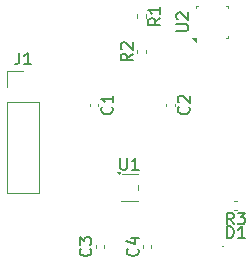
<source format=gbr>
%TF.GenerationSoftware,KiCad,Pcbnew,9.0.7*%
%TF.CreationDate,2026-01-25T21:22:40-08:00*%
%TF.ProjectId,pcb_design_lab,7063625f-6465-4736-9967-6e5f6c61622e,rev?*%
%TF.SameCoordinates,Original*%
%TF.FileFunction,Legend,Top*%
%TF.FilePolarity,Positive*%
%FSLAX46Y46*%
G04 Gerber Fmt 4.6, Leading zero omitted, Abs format (unit mm)*
G04 Created by KiCad (PCBNEW 9.0.7) date 2026-01-25 21:22:40*
%MOMM*%
%LPD*%
G01*
G04 APERTURE LIST*
%ADD10C,0.150000*%
%ADD11C,0.120000*%
%ADD12C,0.100000*%
G04 APERTURE END LIST*
D10*
X122199580Y-86166666D02*
X122247200Y-86214285D01*
X122247200Y-86214285D02*
X122294819Y-86357142D01*
X122294819Y-86357142D02*
X122294819Y-86452380D01*
X122294819Y-86452380D02*
X122247200Y-86595237D01*
X122247200Y-86595237D02*
X122151961Y-86690475D01*
X122151961Y-86690475D02*
X122056723Y-86738094D01*
X122056723Y-86738094D02*
X121866247Y-86785713D01*
X121866247Y-86785713D02*
X121723390Y-86785713D01*
X121723390Y-86785713D02*
X121532914Y-86738094D01*
X121532914Y-86738094D02*
X121437676Y-86690475D01*
X121437676Y-86690475D02*
X121342438Y-86595237D01*
X121342438Y-86595237D02*
X121294819Y-86452380D01*
X121294819Y-86452380D02*
X121294819Y-86357142D01*
X121294819Y-86357142D02*
X121342438Y-86214285D01*
X121342438Y-86214285D02*
X121390057Y-86166666D01*
X121628152Y-85309523D02*
X122294819Y-85309523D01*
X121247200Y-85547618D02*
X121961485Y-85785713D01*
X121961485Y-85785713D02*
X121961485Y-85166666D01*
X120738095Y-78504819D02*
X120738095Y-79314342D01*
X120738095Y-79314342D02*
X120785714Y-79409580D01*
X120785714Y-79409580D02*
X120833333Y-79457200D01*
X120833333Y-79457200D02*
X120928571Y-79504819D01*
X120928571Y-79504819D02*
X121119047Y-79504819D01*
X121119047Y-79504819D02*
X121214285Y-79457200D01*
X121214285Y-79457200D02*
X121261904Y-79409580D01*
X121261904Y-79409580D02*
X121309523Y-79314342D01*
X121309523Y-79314342D02*
X121309523Y-78504819D01*
X122309523Y-79504819D02*
X121738095Y-79504819D01*
X122023809Y-79504819D02*
X122023809Y-78504819D01*
X122023809Y-78504819D02*
X121928571Y-78647676D01*
X121928571Y-78647676D02*
X121833333Y-78742914D01*
X121833333Y-78742914D02*
X121738095Y-78790533D01*
X125489819Y-67746904D02*
X126299342Y-67746904D01*
X126299342Y-67746904D02*
X126394580Y-67699285D01*
X126394580Y-67699285D02*
X126442200Y-67651666D01*
X126442200Y-67651666D02*
X126489819Y-67556428D01*
X126489819Y-67556428D02*
X126489819Y-67365952D01*
X126489819Y-67365952D02*
X126442200Y-67270714D01*
X126442200Y-67270714D02*
X126394580Y-67223095D01*
X126394580Y-67223095D02*
X126299342Y-67175476D01*
X126299342Y-67175476D02*
X125489819Y-67175476D01*
X125585057Y-66746904D02*
X125537438Y-66699285D01*
X125537438Y-66699285D02*
X125489819Y-66604047D01*
X125489819Y-66604047D02*
X125489819Y-66365952D01*
X125489819Y-66365952D02*
X125537438Y-66270714D01*
X125537438Y-66270714D02*
X125585057Y-66223095D01*
X125585057Y-66223095D02*
X125680295Y-66175476D01*
X125680295Y-66175476D02*
X125775533Y-66175476D01*
X125775533Y-66175476D02*
X125918390Y-66223095D01*
X125918390Y-66223095D02*
X126489819Y-66794523D01*
X126489819Y-66794523D02*
X126489819Y-66175476D01*
X130333333Y-84124819D02*
X130000000Y-83648628D01*
X129761905Y-84124819D02*
X129761905Y-83124819D01*
X129761905Y-83124819D02*
X130142857Y-83124819D01*
X130142857Y-83124819D02*
X130238095Y-83172438D01*
X130238095Y-83172438D02*
X130285714Y-83220057D01*
X130285714Y-83220057D02*
X130333333Y-83315295D01*
X130333333Y-83315295D02*
X130333333Y-83458152D01*
X130333333Y-83458152D02*
X130285714Y-83553390D01*
X130285714Y-83553390D02*
X130238095Y-83601009D01*
X130238095Y-83601009D02*
X130142857Y-83648628D01*
X130142857Y-83648628D02*
X129761905Y-83648628D01*
X130666667Y-83124819D02*
X131285714Y-83124819D01*
X131285714Y-83124819D02*
X130952381Y-83505771D01*
X130952381Y-83505771D02*
X131095238Y-83505771D01*
X131095238Y-83505771D02*
X131190476Y-83553390D01*
X131190476Y-83553390D02*
X131238095Y-83601009D01*
X131238095Y-83601009D02*
X131285714Y-83696247D01*
X131285714Y-83696247D02*
X131285714Y-83934342D01*
X131285714Y-83934342D02*
X131238095Y-84029580D01*
X131238095Y-84029580D02*
X131190476Y-84077200D01*
X131190476Y-84077200D02*
X131095238Y-84124819D01*
X131095238Y-84124819D02*
X130809524Y-84124819D01*
X130809524Y-84124819D02*
X130714286Y-84077200D01*
X130714286Y-84077200D02*
X130666667Y-84029580D01*
X121784819Y-69666666D02*
X121308628Y-69999999D01*
X121784819Y-70238094D02*
X120784819Y-70238094D01*
X120784819Y-70238094D02*
X120784819Y-69857142D01*
X120784819Y-69857142D02*
X120832438Y-69761904D01*
X120832438Y-69761904D02*
X120880057Y-69714285D01*
X120880057Y-69714285D02*
X120975295Y-69666666D01*
X120975295Y-69666666D02*
X121118152Y-69666666D01*
X121118152Y-69666666D02*
X121213390Y-69714285D01*
X121213390Y-69714285D02*
X121261009Y-69761904D01*
X121261009Y-69761904D02*
X121308628Y-69857142D01*
X121308628Y-69857142D02*
X121308628Y-70238094D01*
X120880057Y-69285713D02*
X120832438Y-69238094D01*
X120832438Y-69238094D02*
X120784819Y-69142856D01*
X120784819Y-69142856D02*
X120784819Y-68904761D01*
X120784819Y-68904761D02*
X120832438Y-68809523D01*
X120832438Y-68809523D02*
X120880057Y-68761904D01*
X120880057Y-68761904D02*
X120975295Y-68714285D01*
X120975295Y-68714285D02*
X121070533Y-68714285D01*
X121070533Y-68714285D02*
X121213390Y-68761904D01*
X121213390Y-68761904D02*
X121784819Y-69333332D01*
X121784819Y-69333332D02*
X121784819Y-68714285D01*
X124124819Y-66666666D02*
X123648628Y-66999999D01*
X124124819Y-67238094D02*
X123124819Y-67238094D01*
X123124819Y-67238094D02*
X123124819Y-66857142D01*
X123124819Y-66857142D02*
X123172438Y-66761904D01*
X123172438Y-66761904D02*
X123220057Y-66714285D01*
X123220057Y-66714285D02*
X123315295Y-66666666D01*
X123315295Y-66666666D02*
X123458152Y-66666666D01*
X123458152Y-66666666D02*
X123553390Y-66714285D01*
X123553390Y-66714285D02*
X123601009Y-66761904D01*
X123601009Y-66761904D02*
X123648628Y-66857142D01*
X123648628Y-66857142D02*
X123648628Y-67238094D01*
X124124819Y-65714285D02*
X124124819Y-66285713D01*
X124124819Y-65999999D02*
X123124819Y-65999999D01*
X123124819Y-65999999D02*
X123267676Y-66095237D01*
X123267676Y-66095237D02*
X123362914Y-66190475D01*
X123362914Y-66190475D02*
X123410533Y-66285713D01*
X112166666Y-69574819D02*
X112166666Y-70289104D01*
X112166666Y-70289104D02*
X112119047Y-70431961D01*
X112119047Y-70431961D02*
X112023809Y-70527200D01*
X112023809Y-70527200D02*
X111880952Y-70574819D01*
X111880952Y-70574819D02*
X111785714Y-70574819D01*
X113166666Y-70574819D02*
X112595238Y-70574819D01*
X112880952Y-70574819D02*
X112880952Y-69574819D01*
X112880952Y-69574819D02*
X112785714Y-69717676D01*
X112785714Y-69717676D02*
X112690476Y-69812914D01*
X112690476Y-69812914D02*
X112595238Y-69860533D01*
X129761905Y-85284819D02*
X129761905Y-84284819D01*
X129761905Y-84284819D02*
X130000000Y-84284819D01*
X130000000Y-84284819D02*
X130142857Y-84332438D01*
X130142857Y-84332438D02*
X130238095Y-84427676D01*
X130238095Y-84427676D02*
X130285714Y-84522914D01*
X130285714Y-84522914D02*
X130333333Y-84713390D01*
X130333333Y-84713390D02*
X130333333Y-84856247D01*
X130333333Y-84856247D02*
X130285714Y-85046723D01*
X130285714Y-85046723D02*
X130238095Y-85141961D01*
X130238095Y-85141961D02*
X130142857Y-85237200D01*
X130142857Y-85237200D02*
X130000000Y-85284819D01*
X130000000Y-85284819D02*
X129761905Y-85284819D01*
X131285714Y-85284819D02*
X130714286Y-85284819D01*
X131000000Y-85284819D02*
X131000000Y-84284819D01*
X131000000Y-84284819D02*
X130904762Y-84427676D01*
X130904762Y-84427676D02*
X130809524Y-84522914D01*
X130809524Y-84522914D02*
X130714286Y-84570533D01*
X118199580Y-86166666D02*
X118247200Y-86214285D01*
X118247200Y-86214285D02*
X118294819Y-86357142D01*
X118294819Y-86357142D02*
X118294819Y-86452380D01*
X118294819Y-86452380D02*
X118247200Y-86595237D01*
X118247200Y-86595237D02*
X118151961Y-86690475D01*
X118151961Y-86690475D02*
X118056723Y-86738094D01*
X118056723Y-86738094D02*
X117866247Y-86785713D01*
X117866247Y-86785713D02*
X117723390Y-86785713D01*
X117723390Y-86785713D02*
X117532914Y-86738094D01*
X117532914Y-86738094D02*
X117437676Y-86690475D01*
X117437676Y-86690475D02*
X117342438Y-86595237D01*
X117342438Y-86595237D02*
X117294819Y-86452380D01*
X117294819Y-86452380D02*
X117294819Y-86357142D01*
X117294819Y-86357142D02*
X117342438Y-86214285D01*
X117342438Y-86214285D02*
X117390057Y-86166666D01*
X117294819Y-85833332D02*
X117294819Y-85214285D01*
X117294819Y-85214285D02*
X117675771Y-85547618D01*
X117675771Y-85547618D02*
X117675771Y-85404761D01*
X117675771Y-85404761D02*
X117723390Y-85309523D01*
X117723390Y-85309523D02*
X117771009Y-85261904D01*
X117771009Y-85261904D02*
X117866247Y-85214285D01*
X117866247Y-85214285D02*
X118104342Y-85214285D01*
X118104342Y-85214285D02*
X118199580Y-85261904D01*
X118199580Y-85261904D02*
X118247200Y-85309523D01*
X118247200Y-85309523D02*
X118294819Y-85404761D01*
X118294819Y-85404761D02*
X118294819Y-85690475D01*
X118294819Y-85690475D02*
X118247200Y-85785713D01*
X118247200Y-85785713D02*
X118199580Y-85833332D01*
X126519580Y-74166666D02*
X126567200Y-74214285D01*
X126567200Y-74214285D02*
X126614819Y-74357142D01*
X126614819Y-74357142D02*
X126614819Y-74452380D01*
X126614819Y-74452380D02*
X126567200Y-74595237D01*
X126567200Y-74595237D02*
X126471961Y-74690475D01*
X126471961Y-74690475D02*
X126376723Y-74738094D01*
X126376723Y-74738094D02*
X126186247Y-74785713D01*
X126186247Y-74785713D02*
X126043390Y-74785713D01*
X126043390Y-74785713D02*
X125852914Y-74738094D01*
X125852914Y-74738094D02*
X125757676Y-74690475D01*
X125757676Y-74690475D02*
X125662438Y-74595237D01*
X125662438Y-74595237D02*
X125614819Y-74452380D01*
X125614819Y-74452380D02*
X125614819Y-74357142D01*
X125614819Y-74357142D02*
X125662438Y-74214285D01*
X125662438Y-74214285D02*
X125710057Y-74166666D01*
X125710057Y-73785713D02*
X125662438Y-73738094D01*
X125662438Y-73738094D02*
X125614819Y-73642856D01*
X125614819Y-73642856D02*
X125614819Y-73404761D01*
X125614819Y-73404761D02*
X125662438Y-73309523D01*
X125662438Y-73309523D02*
X125710057Y-73261904D01*
X125710057Y-73261904D02*
X125805295Y-73214285D01*
X125805295Y-73214285D02*
X125900533Y-73214285D01*
X125900533Y-73214285D02*
X126043390Y-73261904D01*
X126043390Y-73261904D02*
X126614819Y-73833332D01*
X126614819Y-73833332D02*
X126614819Y-73214285D01*
X120019580Y-74166666D02*
X120067200Y-74214285D01*
X120067200Y-74214285D02*
X120114819Y-74357142D01*
X120114819Y-74357142D02*
X120114819Y-74452380D01*
X120114819Y-74452380D02*
X120067200Y-74595237D01*
X120067200Y-74595237D02*
X119971961Y-74690475D01*
X119971961Y-74690475D02*
X119876723Y-74738094D01*
X119876723Y-74738094D02*
X119686247Y-74785713D01*
X119686247Y-74785713D02*
X119543390Y-74785713D01*
X119543390Y-74785713D02*
X119352914Y-74738094D01*
X119352914Y-74738094D02*
X119257676Y-74690475D01*
X119257676Y-74690475D02*
X119162438Y-74595237D01*
X119162438Y-74595237D02*
X119114819Y-74452380D01*
X119114819Y-74452380D02*
X119114819Y-74357142D01*
X119114819Y-74357142D02*
X119162438Y-74214285D01*
X119162438Y-74214285D02*
X119210057Y-74166666D01*
X120114819Y-73214285D02*
X120114819Y-73785713D01*
X120114819Y-73499999D02*
X119114819Y-73499999D01*
X119114819Y-73499999D02*
X119257676Y-73595237D01*
X119257676Y-73595237D02*
X119352914Y-73690475D01*
X119352914Y-73690475D02*
X119400533Y-73785713D01*
D11*
%TO.C,C4*%
X123360000Y-86107836D02*
X123360000Y-85892164D01*
X122640000Y-86107836D02*
X122640000Y-85892164D01*
%TO.C,U1*%
X120900748Y-79890000D02*
X122235000Y-79890000D01*
X122235000Y-80810000D02*
X122235000Y-81190000D01*
X122235000Y-82110000D02*
X120765000Y-82110000D01*
X120610000Y-79880000D02*
X120470000Y-79690000D01*
X120750000Y-79690000D01*
X120610000Y-79880000D01*
G36*
X120610000Y-79880000D02*
G01*
X120470000Y-79690000D01*
X120750000Y-79690000D01*
X120610000Y-79880000D01*
G37*
D12*
%TO.C,U2*%
X129850000Y-68350000D02*
X129700000Y-68350000D01*
X129860000Y-68350000D02*
X129860000Y-68200000D01*
X127150000Y-65800000D02*
X127150000Y-65650000D01*
X127150000Y-65650000D02*
X127300000Y-65650000D01*
X129850000Y-65650000D02*
X129850000Y-65800000D01*
X129850000Y-65650000D02*
X129700000Y-65650000D01*
D11*
X127150000Y-68710000D02*
X126790000Y-68350000D01*
X127150000Y-68350000D01*
X127150000Y-68710000D01*
G36*
X127150000Y-68710000D02*
G01*
X126790000Y-68350000D01*
X127150000Y-68350000D01*
X127150000Y-68710000D01*
G37*
%TO.C,R3*%
X130653641Y-82880000D02*
X130346359Y-82880000D01*
X130653641Y-82120000D02*
X130346359Y-82120000D01*
%TO.C,R2*%
X122120000Y-69653641D02*
X122120000Y-69346359D01*
X122880000Y-69653641D02*
X122880000Y-69346359D01*
%TO.C,R1*%
X122880000Y-66346359D02*
X122880000Y-66653641D01*
X122120000Y-66346359D02*
X122120000Y-66653641D01*
%TO.C,J1*%
X111120000Y-71120000D02*
X112500000Y-71120000D01*
X111120000Y-72500000D02*
X111120000Y-71120000D01*
X111120000Y-73770000D02*
X111120000Y-81500000D01*
X111120000Y-73770000D02*
X113880000Y-73770000D01*
X111120000Y-81500000D02*
X113880000Y-81500000D01*
X113880000Y-73770000D02*
X113880000Y-81500000D01*
D12*
%TO.C,D1*%
X129460000Y-86000000D02*
G75*
G02*
X129360000Y-86000000I-50000J0D01*
G01*
X129360000Y-86000000D02*
G75*
G02*
X129460000Y-86000000I50000J0D01*
G01*
D11*
%TO.C,C3*%
X118640000Y-86107836D02*
X118640000Y-85892164D01*
X119360000Y-86107836D02*
X119360000Y-85892164D01*
%TO.C,C2*%
X125360000Y-73892164D02*
X125360000Y-74107836D01*
X124640000Y-73892164D02*
X124640000Y-74107836D01*
%TO.C,C1*%
X118860000Y-73892164D02*
X118860000Y-74107836D01*
X118140000Y-73892164D02*
X118140000Y-74107836D01*
%TD*%
M02*

</source>
